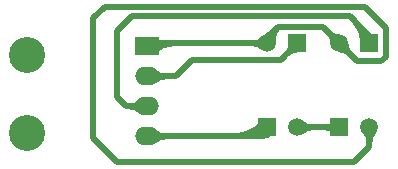
<source format=gbl>
%FSLAX25Y25*%
%MOIN*%
G70*
G01*
G75*
G04 Layer_Physical_Order=2*
G04 Layer_Color=16711680*
%ADD10C,0.05906*%
%ADD11R,0.05906X0.05906*%
%ADD12R,0.08000X0.06000*%
%ADD13O,0.08000X0.06000*%
%ADD14C,0.12000*%
%ADD15C,0.02000*%
D10*
X135500Y17500D02*
D03*
X125500Y45500D02*
D03*
X101500D02*
D03*
X111500Y17500D02*
D03*
D11*
X125500D02*
D03*
X135500Y45500D02*
D03*
X111500D02*
D03*
X101500Y17500D02*
D03*
D12*
X61500Y44500D02*
D03*
D13*
Y34500D02*
D03*
Y24500D02*
D03*
Y14500D02*
D03*
D14*
X21500Y41500D02*
D03*
Y15500D02*
D03*
D15*
X67328Y14500D02*
G03*
X63914Y13086I0J-4828D01*
G01*
Y15914D02*
G03*
X67328Y14500I3414J3414D01*
G01*
X55672Y24500D02*
G03*
X59086Y25914I0J4828D01*
G01*
Y23086D02*
G03*
X55672Y24500I-3414J-3414D01*
G01*
X67328Y34500D02*
G03*
X63914Y33086I0J-4828D01*
G01*
Y35914D02*
G03*
X67328Y34500I3414J3414D01*
G01*
X69743Y45500D02*
G03*
X63914Y43086I0J-8243D01*
G01*
X89543Y14500D02*
G03*
X100119Y18881I0J14957D01*
G01*
X94371Y14500D02*
G03*
X101533Y17467I0J10129D01*
G01*
X99200Y14500D02*
G03*
X102948Y16052I0J5300D01*
G01*
X116214Y17500D02*
G03*
X112881Y16119I0J-4714D01*
G01*
Y18881D02*
G03*
X116214Y17500I3334J3334D01*
G01*
X108167Y42166D02*
G03*
X109547Y45500I-3334J3334D01*
G01*
X111500Y43547D02*
G03*
X108166Y42166I0J-4714D01*
G01*
X105000Y51000D02*
G03*
X103418Y45865I4062J-4062D01*
G01*
X96786Y45500D02*
G03*
X100119Y46881I0J4714D01*
G01*
Y44119D02*
G03*
X96786Y45500I-3334J-3334D01*
G01*
X133547D02*
G03*
X130399Y53101I-10750J0D01*
G01*
X135547Y45500D02*
G03*
X133813Y49687I-5922J0D01*
G01*
X128834Y42166D02*
G03*
X125500Y43547I-3334J-3334D01*
G01*
X127453Y45500D02*
G03*
X128833Y42166I4714J0D01*
G01*
X122166Y48834D02*
G03*
X125500Y47453I3334J3334D01*
G01*
X123547Y45500D02*
G03*
X122167Y48834I-4714J0D01*
G01*
X120786Y17500D02*
G03*
X124119Y18881I0J4714D01*
G01*
Y16119D02*
G03*
X120786Y17500I-3334J-3334D01*
G01*
X135500Y12786D02*
G03*
X134119Y16119I-4714J0D01*
G01*
X136881D02*
G03*
X135500Y12786I3334J-3334D01*
G01*
X111500Y17500D02*
X125500D01*
X98500Y14500D02*
X101500Y17500D01*
X61500Y14500D02*
X98500D01*
X62500Y45500D02*
X101500D01*
X61500Y44500D02*
X62500Y45500D01*
X106000Y40000D02*
X111500Y45500D01*
X76500Y40000D02*
X106000D01*
X71000Y34500D02*
X76500Y40000D01*
X61500Y34500D02*
X71000D01*
X135500Y45500D02*
Y48000D01*
X54500Y24500D02*
X61500D01*
X101500Y45500D02*
Y47500D01*
X105000Y51000D01*
X120000D01*
X125500Y45500D01*
X51500Y27500D02*
X54500Y24500D01*
X51500Y27500D02*
Y49500D01*
X135500Y11000D02*
Y17500D01*
X130500Y6000D02*
X135500Y11000D01*
X51500Y6000D02*
X130500D01*
X125500Y45500D02*
X131500Y39500D01*
X139500D01*
X141000Y41000D01*
Y50800D01*
X43500Y14000D02*
X51500Y6000D01*
X43500Y14000D02*
Y54000D01*
X134000Y57800D02*
X141000Y50800D01*
X43500Y54000D02*
X47300Y57800D01*
X134000D01*
X51500Y49500D02*
X56500Y54500D01*
X129000D01*
X135500Y48000D01*
M02*

</source>
